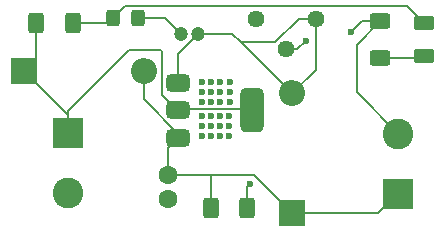
<source format=gbr>
%TF.GenerationSoftware,KiCad,Pcbnew,8.0.2*%
%TF.CreationDate,2025-12-30T14:28:11-05:00*%
%TF.ProjectId,voltage regulator,766f6c74-6167-4652-9072-6567756c6174,rev?*%
%TF.SameCoordinates,Original*%
%TF.FileFunction,Copper,L1,Top*%
%TF.FilePolarity,Positive*%
%FSLAX46Y46*%
G04 Gerber Fmt 4.6, Leading zero omitted, Abs format (unit mm)*
G04 Created by KiCad (PCBNEW 8.0.2) date 2025-12-30 14:28:11*
%MOMM*%
%LPD*%
G01*
G04 APERTURE LIST*
G04 Aperture macros list*
%AMRoundRect*
0 Rectangle with rounded corners*
0 $1 Rounding radius*
0 $2 $3 $4 $5 $6 $7 $8 $9 X,Y pos of 4 corners*
0 Add a 4 corners polygon primitive as box body*
4,1,4,$2,$3,$4,$5,$6,$7,$8,$9,$2,$3,0*
0 Add four circle primitives for the rounded corners*
1,1,$1+$1,$2,$3*
1,1,$1+$1,$4,$5*
1,1,$1+$1,$6,$7*
1,1,$1+$1,$8,$9*
0 Add four rect primitives between the rounded corners*
20,1,$1+$1,$2,$3,$4,$5,0*
20,1,$1+$1,$4,$5,$6,$7,0*
20,1,$1+$1,$6,$7,$8,$9,0*
20,1,$1+$1,$8,$9,$2,$3,0*%
G04 Aperture macros list end*
%TA.AperFunction,SMDPad,CuDef*%
%ADD10RoundRect,0.250000X-0.400000X-0.625000X0.400000X-0.625000X0.400000X0.625000X-0.400000X0.625000X0*%
%TD*%
%TA.AperFunction,ComponentPad*%
%ADD11R,2.200000X2.200000*%
%TD*%
%TA.AperFunction,ComponentPad*%
%ADD12O,2.200000X2.200000*%
%TD*%
%TA.AperFunction,ComponentPad*%
%ADD13R,2.600000X2.600000*%
%TD*%
%TA.AperFunction,ComponentPad*%
%ADD14C,2.600000*%
%TD*%
%TA.AperFunction,SMDPad,CuDef*%
%ADD15RoundRect,0.250000X0.625000X-0.375000X0.625000X0.375000X-0.625000X0.375000X-0.625000X-0.375000X0*%
%TD*%
%TA.AperFunction,SMDPad,CuDef*%
%ADD16RoundRect,0.250000X-0.325000X-0.450000X0.325000X-0.450000X0.325000X0.450000X-0.325000X0.450000X0*%
%TD*%
%TA.AperFunction,ComponentPad*%
%ADD17C,1.440000*%
%TD*%
%TA.AperFunction,ComponentPad*%
%ADD18C,1.200000*%
%TD*%
%TA.AperFunction,SMDPad,CuDef*%
%ADD19RoundRect,0.375000X-0.625000X-0.375000X0.625000X-0.375000X0.625000X0.375000X-0.625000X0.375000X0*%
%TD*%
%TA.AperFunction,SMDPad,CuDef*%
%ADD20RoundRect,0.500000X-0.500000X-1.400000X0.500000X-1.400000X0.500000X1.400000X-0.500000X1.400000X0*%
%TD*%
%TA.AperFunction,SMDPad,CuDef*%
%ADD21RoundRect,0.250000X0.625000X-0.400000X0.625000X0.400000X-0.625000X0.400000X-0.625000X-0.400000X0*%
%TD*%
%TA.AperFunction,ComponentPad*%
%ADD22C,1.600000*%
%TD*%
%TA.AperFunction,ViaPad*%
%ADD23C,0.600000*%
%TD*%
%TA.AperFunction,Conductor*%
%ADD24C,0.200000*%
%TD*%
G04 APERTURE END LIST*
D10*
%TO.P,R1,1*%
%TO.N,+1.2V to +32V*%
X124650000Y-102800000D03*
%TO.P,R1,2*%
%TO.N,Net-(D2-A)*%
X127750000Y-102800000D03*
%TD*%
D11*
%TO.P,D2,1,K*%
%TO.N,+1.2V to +32V*%
X131500000Y-103225000D03*
D12*
%TO.P,D2,2,A*%
%TO.N,Net-(D2-A)*%
X131500000Y-93065000D03*
%TD*%
D10*
%TO.P,R2,1*%
%TO.N,+1.5V to +35V*%
X109850000Y-87100000D03*
%TO.P,R2,2*%
%TO.N,led*%
X112950000Y-87100000D03*
%TD*%
D13*
%TO.P,J1,1,Pin_1*%
%TO.N,+1.5V to +35V*%
X112525000Y-96445000D03*
D14*
%TO.P,J1,2,Pin_2*%
%TO.N,GND*%
X112525000Y-101525000D03*
%TD*%
D15*
%TO.P,D3,1,K*%
%TO.N,Net-(D3-K)*%
X142700000Y-89900000D03*
%TO.P,D3,2,A*%
%TO.N,led*%
X142700000Y-87100000D03*
%TD*%
D13*
%TO.P,J2,1,Pin_1*%
%TO.N,+1.2V to +32V*%
X140500000Y-101535000D03*
D14*
%TO.P,J2,2,Pin_2*%
%TO.N,GND*%
X140500000Y-96455000D03*
%TD*%
D16*
%TO.P,D4,1,K*%
%TO.N,led*%
X116400000Y-86700000D03*
%TO.P,D4,2,A*%
%TO.N,GND*%
X118450000Y-86700000D03*
%TD*%
D11*
%TO.P,D1,1,K*%
%TO.N,+1.5V to +35V*%
X108800000Y-91200000D03*
D12*
%TO.P,D1,2,A*%
%TO.N,+1.2V to +32V*%
X118960000Y-91200000D03*
%TD*%
D17*
%TO.P,RV1,1,1*%
%TO.N,Net-(D2-A)*%
X133525000Y-86775000D03*
%TO.P,RV1,2,2*%
%TO.N,GND*%
X130985000Y-89315000D03*
%TO.P,RV1,3,3*%
X128445000Y-86775000D03*
%TD*%
D18*
%TO.P,C1,1*%
%TO.N,Net-(D2-A)*%
X123600000Y-88000000D03*
%TO.P,C1,2*%
%TO.N,GND*%
X122100000Y-88000000D03*
%TD*%
D19*
%TO.P,U1,1,ADJ*%
%TO.N,Net-(D2-A)*%
X121850000Y-92200000D03*
%TO.P,U1,2,VI*%
%TO.N,+1.5V to +35V*%
X121850000Y-94500000D03*
D20*
X128150000Y-94500000D03*
D19*
%TO.P,U1,3,VO*%
%TO.N,+1.2V to +32V*%
X121850000Y-96800000D03*
%TD*%
D21*
%TO.P,R3,1*%
%TO.N,Net-(D3-K)*%
X139000000Y-90050000D03*
%TO.P,R3,2*%
%TO.N,GND*%
X139000000Y-86950000D03*
%TD*%
D22*
%TO.P,C2,1*%
%TO.N,+1.2V to +32V*%
X121000000Y-100000000D03*
%TO.P,C2,2*%
%TO.N,GND*%
X121000000Y-102000000D03*
%TD*%
D23*
%TO.N,Net-(D2-A)*%
X128000000Y-100700000D03*
%TO.N,GND*%
X126242856Y-93800000D03*
X124671428Y-96700000D03*
X126214284Y-95000000D03*
X126242856Y-92100000D03*
X136500000Y-87900000D03*
X125442856Y-95800000D03*
X132700000Y-88600000D03*
X123928572Y-92900000D03*
X123900000Y-96700000D03*
X125471428Y-92100000D03*
X125442856Y-95000000D03*
X125471428Y-92900000D03*
X126242856Y-92900000D03*
X124700000Y-93800000D03*
X123900000Y-95800000D03*
X124671428Y-95000000D03*
X123928572Y-92100000D03*
X124671428Y-95800000D03*
X123928572Y-93800000D03*
X126214284Y-95800000D03*
X124700000Y-92900000D03*
X125471428Y-93800000D03*
X123900000Y-95000000D03*
X126214284Y-96700000D03*
X125442856Y-96700000D03*
X124700000Y-92100000D03*
%TD*%
D24*
%TO.N,+1.2V to +32V*%
X118960000Y-93564594D02*
X118960000Y-91200000D01*
X124650000Y-100050000D02*
X124600000Y-100000000D01*
X121000000Y-100000000D02*
X121000000Y-97650000D01*
X121850000Y-96800000D02*
X121850000Y-96454594D01*
X128275000Y-100000000D02*
X131500000Y-103225000D01*
X124600000Y-100000000D02*
X128275000Y-100000000D01*
X138810000Y-103225000D02*
X140500000Y-101535000D01*
X121850000Y-96454594D02*
X118960000Y-93564594D01*
X121000000Y-100000000D02*
X124600000Y-100000000D01*
X121000000Y-97650000D02*
X121850000Y-96800000D01*
X124650000Y-102800000D02*
X124650000Y-100050000D01*
X131500000Y-103225000D02*
X138810000Y-103225000D01*
%TO.N,+1.5V to +35V*%
X128050000Y-94400000D02*
X128150000Y-94500000D01*
X109850000Y-90150000D02*
X108800000Y-91200000D01*
X120550000Y-89550000D02*
X120400000Y-89400000D01*
X120400000Y-89400000D02*
X117700000Y-89400000D01*
X117700000Y-89400000D02*
X112525000Y-94575000D01*
X112525000Y-96445000D02*
X112525000Y-94925000D01*
X121850000Y-94500000D02*
X120550000Y-93200000D01*
X112525000Y-94925000D02*
X108800000Y-91200000D01*
X112525000Y-94575000D02*
X112525000Y-96445000D01*
X121950000Y-94400000D02*
X128050000Y-94400000D01*
X120550000Y-93200000D02*
X120550000Y-89550000D01*
X121850000Y-94500000D02*
X121950000Y-94400000D01*
X109850000Y-87100000D02*
X109850000Y-90150000D01*
%TO.N,Net-(D2-A)*%
X133525000Y-91040000D02*
X133525000Y-86775000D01*
X131500000Y-93065000D02*
X133525000Y-91040000D01*
X133525000Y-86775000D02*
X132082502Y-86775000D01*
X121850000Y-89750000D02*
X123600000Y-88000000D01*
X127167500Y-88732500D02*
X131500000Y-93065000D01*
X126435000Y-88000000D02*
X127167500Y-88732500D01*
X121850000Y-92200000D02*
X121850000Y-89750000D01*
X127750000Y-102800000D02*
X127750000Y-100950000D01*
X127750000Y-100950000D02*
X128000000Y-100700000D01*
X130125002Y-88732500D02*
X127167500Y-88732500D01*
X132082502Y-86775000D02*
X130125002Y-88732500D01*
X123600000Y-88000000D02*
X126435000Y-88000000D01*
%TO.N,GND*%
X131985000Y-89315000D02*
X132700000Y-88600000D01*
X137450000Y-86950000D02*
X139000000Y-86950000D01*
X136500000Y-87900000D02*
X137450000Y-86950000D01*
X130985000Y-89315000D02*
X131985000Y-89315000D01*
X137000000Y-88950000D02*
X137000000Y-92955000D01*
X139000000Y-86950000D02*
X137000000Y-88950000D01*
X120800000Y-86700000D02*
X122100000Y-88000000D01*
X118450000Y-86700000D02*
X120800000Y-86700000D01*
X137000000Y-92955000D02*
X140500000Y-96455000D01*
%TO.N,led*%
X117400000Y-85700000D02*
X116400000Y-86700000D01*
X141300000Y-85700000D02*
X117400000Y-85700000D01*
X112950000Y-87100000D02*
X116000000Y-87100000D01*
X116000000Y-87100000D02*
X116400000Y-86700000D01*
X142700000Y-87100000D02*
X141300000Y-85700000D01*
%TO.N,Net-(D3-K)*%
X142550000Y-90050000D02*
X142700000Y-89900000D01*
X139000000Y-90050000D02*
X142550000Y-90050000D01*
%TD*%
M02*

</source>
